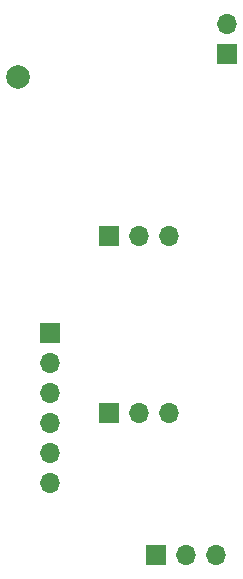
<source format=gbr>
%TF.GenerationSoftware,KiCad,Pcbnew,8.0.5*%
%TF.CreationDate,2024-10-10T20:21:21+02:00*%
%TF.ProjectId,Glasbaustein,476c6173-6261-4757-9374-65696e2e6b69,rev?*%
%TF.SameCoordinates,Original*%
%TF.FileFunction,Soldermask,Bot*%
%TF.FilePolarity,Negative*%
%FSLAX46Y46*%
G04 Gerber Fmt 4.6, Leading zero omitted, Abs format (unit mm)*
G04 Created by KiCad (PCBNEW 8.0.5) date 2024-10-10 20:21:21*
%MOMM*%
%LPD*%
G01*
G04 APERTURE LIST*
%ADD10O,1.700000X1.700000*%
%ADD11R,1.700000X1.700000*%
%ADD12C,2.006600*%
G04 APERTURE END LIST*
D10*
%TO.C,J6*%
X60000000Y-47000000D03*
D11*
X60000000Y-49540000D03*
%TD*%
D10*
%TO.C,J2*%
X45000000Y-85850000D03*
X45000000Y-83310000D03*
X45000000Y-80770000D03*
X45000000Y-78230000D03*
X45000000Y-75690000D03*
D11*
X45000000Y-73150000D03*
%TD*%
D10*
%TO.C,J5*%
X55080000Y-80000000D03*
X52540000Y-80000000D03*
D11*
X50000000Y-80000000D03*
%TD*%
D10*
%TO.C,J4*%
X59080000Y-92000000D03*
X56540000Y-92000000D03*
D11*
X54000000Y-92000000D03*
%TD*%
D10*
%TO.C,J3*%
X55080000Y-65000000D03*
X52540000Y-65000000D03*
D11*
X50000000Y-65000000D03*
%TD*%
D12*
%TO.C,J1*%
X42252890Y-51544200D03*
%TD*%
M02*

</source>
